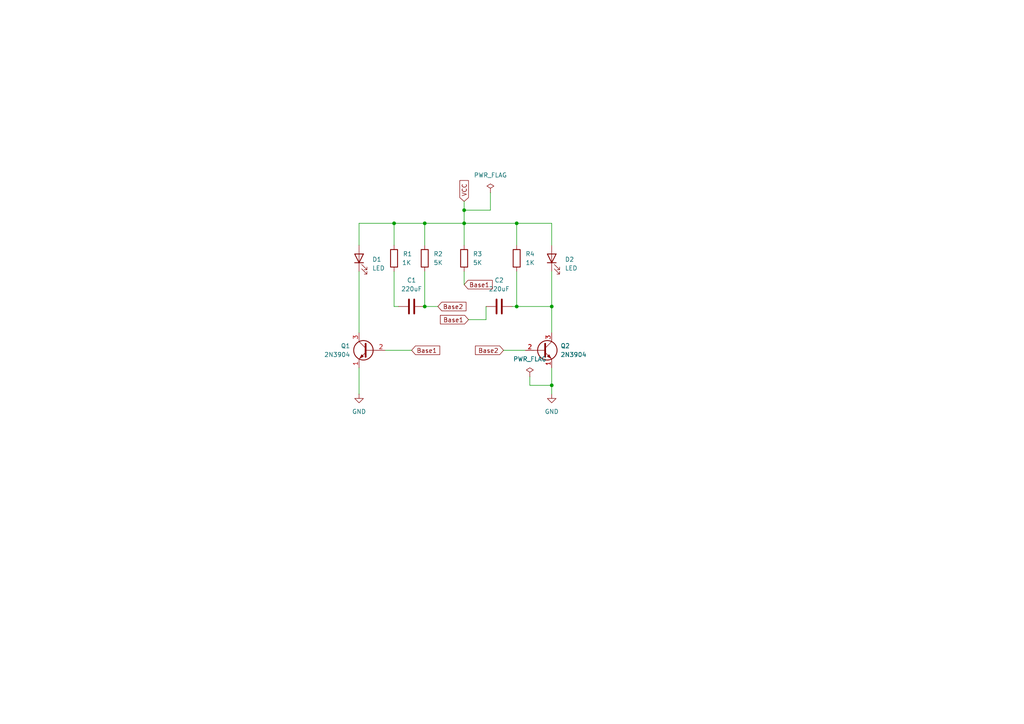
<source format=kicad_sch>
(kicad_sch (version 20250114) (generator "eeschema") (generator_version "9.0")
  (paper "A4")
  (lib_symbols
    (symbol "Device:C" (pin_numbers (hide yes)) (pin_names (offset 0.254))
      (property "Reference" "C" (at 0.635 2.54 0))
      (property "Value" "C" (at 0.635 -2.54 0))
      (symbol "C_0_1"
        (polyline (pts (xy -2.032 0.762) (xy 2.032 0.762)) (stroke (width 0.508)))
        (polyline (pts (xy -2.032 -0.762) (xy 2.032 -0.762)) (stroke (width 0.508)))
      )
      (symbol "C_1_1"
        (pin passive line (at 0 3.81 270) (length 2.794) (name "~") (number "1"))
        (pin passive line (at 0 -3.81 90) (length 2.794) (name "~") (number "2"))
      )
    )
    (symbol "Device:LED" (pin_numbers (hide yes)) (pin_names (offset 1.016) (hide yes))
      (property "Reference" "D" (at 0 2.54 0))
      (property "Value" "LED" (at 0 -2.54 0))
      (symbol "LED_0_1"
        (polyline (pts (xy -3.048 -0.762) (xy -4.572 -2.286) (xy -3.81 -2.286) (xy -4.572 -2.286) (xy -4.572 -1.524)))
        (polyline (pts (xy -1.778 -0.762) (xy -3.302 -2.286) (xy -2.54 -2.286) (xy -3.302 -2.286) (xy -3.302 -1.524)))
        (polyline (pts (xy -1.27 0) (xy 1.27 0)))
        (polyline (pts (xy -1.27 -1.27) (xy -1.27 1.27)) (stroke (width 0.254)))
        (polyline (pts (xy 1.27 -1.27) (xy 1.27 1.27) (xy -1.27 0) (xy 1.27 -1.27)) (stroke (width 0.254)))
      )
      (symbol "LED_1_1"
        (pin passive line (at -3.81 0 0) (length 2.54) (name "K") (number "1"))
        (pin passive line (at 3.81 0 180) (length 2.54) (name "A") (number "2"))
      )
    )
    (symbol "Device:R" (pin_numbers (hide yes)) (pin_names (offset 0))
      (property "Reference" "R" (at 2.032 0 90))
      (property "Value" "R" (at 0 0 90))
      (symbol "R_0_1"
        (rectangle (start -1.016 -2.54) (end 1.016 2.54) (stroke (width 0.254)))
      )
      (symbol "R_1_1"
        (pin passive line (at 0 3.81 270) (length 1.27) (name "~") (number "1"))
        (pin passive line (at 0 -3.81 90) (length 1.27) (name "~") (number "2"))
      )
    )
    (symbol "Transistor_BJT:2N3904" (pin_names (offset 0) (hide yes))
      (property "Reference" "Q" (at 5.08 1.905 0))
      (property "Value" "2N3904" (at 5.08 0 0))
      (symbol "2N3904_0_1"
        (polyline (pts (xy -2.54 0) (xy 0.635 0)))
        (polyline (pts (xy 0.635 1.905) (xy 0.635 -1.905)) (stroke (width 0.508)))
        (circle (center 1.27 0) (radius 2.8194) (stroke (width 0.254)))
      )
      (symbol "2N3904_1_1"
        (polyline (pts (xy 0.635 0.635) (xy 2.54 2.54)))
        (polyline (pts (xy 0.635 -0.635) (xy 2.54 -2.54)))
        (polyline (pts (xy 1.27 -1.778) (xy 1.778 -1.27) (xy 2.286 -2.286) (xy 1.27 -1.778)) (fill (type outline)))
        (pin input line (at -5.08 0 0) (length 2.54) (name "B") (number "2"))
        (pin passive line (at 2.54 5.08 270) (length 2.54) (name "C") (number "3"))
        (pin passive line (at 2.54 -5.08 90) (length 2.54) (name "E") (number "1"))
      )
    )
    (symbol "power:GND" (power) (pin_numbers (hide yes)) (pin_names (offset 0) (hide yes))
      (property "Value" "GND" (at 0 -3.81 0))
      (symbol "GND_0_1"
        (polyline (pts (xy 0 0) (xy 0 -1.27) (xy 1.27 -1.27) (xy 0 -2.54) (xy -1.27 -1.27) (xy 0 -1.27)))
      )
      (symbol "GND_1_1"
        (pin power_in line (at 0 0 270) (length 0) (name "~") (number "1"))
      )
    )
    (symbol "power:PWR_FLAG" (power) (pin_numbers (hide yes)) (pin_names (offset 0) (hide yes))
      (property "Value" "PWR_FLAG" (at 0 3.81 0))
      (symbol "PWR_FLAG_0_0"
        (pin power_out line (at 0 0 90) (length 0) (name "~") (number "1"))
      )
      (symbol "PWR_FLAG_0_1"
        (polyline (pts (xy 0 0) (xy 0 1.27) (xy -1.016 1.905) (xy 0 2.54) (xy 1.016 1.905) (xy 0 1.27)))
      )
    )
  )
  (junction (at 160.02 111.76))
  (junction (at 134.62 60.96))
  (junction (at 149.86 88.9))
  (junction (at 149.86 64.77))
  (junction (at 123.19 88.9))
  (junction (at 123.19 64.77))
  (junction (at 134.62 64.77))
  (junction (at 114.3 64.77))
  (junction (at 160.02 88.9))
  (wire (pts (xy 104.14 71.12) (xy 104.14 64.77)))
  (wire (pts (xy 148.59 88.9) (xy 149.86 88.9)))
  (wire (pts (xy 114.3 64.77) (xy 114.3 71.12)))
  (wire (pts (xy 127 88.9) (xy 123.19 88.9)))
  (wire (pts (xy 134.62 58.42) (xy 134.62 60.96)))
  (wire (pts (xy 111.76 101.6) (xy 119.38 101.6)))
  (wire (pts (xy 146.05 101.6) (xy 152.4 101.6)))
  (wire (pts (xy 160.02 64.77) (xy 160.02 71.12)))
  (wire (pts (xy 123.19 64.77) (xy 123.19 71.12)))
  (wire (pts (xy 104.14 64.77) (xy 114.3 64.77)))
  (wire (pts (xy 104.14 78.74) (xy 104.14 96.52)))
  (wire (pts (xy 134.62 60.96) (xy 142.24 60.96)))
  (wire (pts (xy 134.62 78.74) (xy 134.62 82.55)))
  (wire (pts (xy 142.24 55.88) (xy 142.24 60.96)))
  (wire (pts (xy 104.14 106.68) (xy 104.14 114.3)))
  (wire (pts (xy 149.86 64.77) (xy 160.02 64.77)))
  (wire (pts (xy 123.19 64.77) (xy 134.62 64.77)))
  (wire (pts (xy 134.62 64.77) (xy 134.62 71.12)))
  (wire (pts (xy 153.67 111.76) (xy 160.02 111.76)))
  (wire (pts (xy 135.89 92.71) (xy 140.97 92.71)))
  (wire (pts (xy 134.62 64.77) (xy 149.86 64.77)))
  (wire (pts (xy 114.3 88.9) (xy 115.57 88.9)))
  (wire (pts (xy 134.62 60.96) (xy 134.62 64.77)))
  (wire (pts (xy 160.02 111.76) (xy 160.02 114.3)))
  (wire (pts (xy 160.02 78.74) (xy 160.02 88.9)))
  (wire (pts (xy 114.3 78.74) (xy 114.3 88.9)))
  (wire (pts (xy 123.19 78.74) (xy 123.19 88.9)))
  (wire (pts (xy 153.67 109.22) (xy 153.67 111.76)))
  (wire (pts (xy 140.97 92.71) (xy 140.97 88.9)))
  (wire (pts (xy 149.86 78.74) (xy 149.86 88.9)))
  (wire (pts (xy 160.02 88.9) (xy 160.02 96.52)))
  (wire (pts (xy 114.3 64.77) (xy 123.19 64.77)))
  (wire (pts (xy 160.02 106.68) (xy 160.02 111.76)))
  (wire (pts (xy 149.86 64.77) (xy 149.86 71.12)))
  (wire (pts (xy 149.86 88.9) (xy 160.02 88.9)))
  (global_label "Base1" (shape input) (at 135.89 92.71 180) (property "Intersheetrefs" "${INTERSHEET_REFS}" (effects (hide yes))))
  (global_label "Base2" (shape input) (at 127 88.9 0) (property "Intersheetrefs" "${INTERSHEET_REFS}" (effects (hide yes))))
  (global_label "Base1" (shape input) (at 119.38 101.6 0) (property "Intersheetrefs" "${INTERSHEET_REFS}" (effects (hide yes))))
  (global_label "Base1" (shape input) (at 134.62 82.55 0) (property "Intersheetrefs" "${INTERSHEET_REFS}" (effects (hide yes))))
  (global_label "VCC" (shape input) (at 134.62 58.42 90) (property "Intersheetrefs" "${INTERSHEET_REFS}" (effects (hide yes))))
  (global_label "Base2" (shape input) (at 146.05 101.6 180) (property "Intersheetrefs" "${INTERSHEET_REFS}" (effects (hide yes))))
  (symbol (lib_id "power:PWR_FLAG") (at 153.67 109.22 0) (unit 1)
    (property "Reference" "#FLG02" (effects (hide yes)))
    (property "Value" "PWR_FLAG" (at 153.67 104.14 0))
    (property "Description" "Special symbol for telling ERC where power comes from" (effects (hide yes)))
  )
  (symbol (lib_id "Device:R") (at 149.86 74.93 0) (unit 1)
    (property "Reference" "R4" (at 152.4 73.6599 0) (effects (justify left)))
    (property "Value" "1K" (at 152.4 76.1999 0) (effects (justify left)))
    (property "Footprint" "Resistor_SMD:R_0603_1608Metric" (effects (hide yes)))
    (property "Description" "Resistor" (effects (hide yes)))
  )
  (symbol (lib_id "Device:C") (at 119.38 88.9 270) (unit 1)
    (property "Reference" "C1" (at 119.38 81.28 90))
    (property "Value" "220uF" (at 119.38 83.82 90))
    (property "Footprint" "Capacitor_SMD:C_0603_1608Metric" (effects (hide yes)))
    (property "Description" "Unpolarized capacitor" (effects (hide yes)))
  )
  (symbol (lib_id "Device:LED") (at 160.02 74.93 90) (unit 1)
    (property "Reference" "D2" (at 163.83 75.2474 90) (effects (justify right)))
    (property "Value" "LED" (at 163.83 77.7874 90) (effects (justify right)))
    (property "Footprint" "LED_SMD:LED_0603_1608Metric" (effects (hide yes)))
    (property "Description" "Light emitting diode" (effects (hide yes)))
    (property "Sim.Pins" "1=K 2=A" (effects (hide yes)))
  )
  (symbol (lib_id "power:GND") (at 160.02 114.3 0) (unit 1)
    (property "Reference" "#PWR02" (effects (hide yes)))
    (property "Value" "GND" (at 160.02 119.38 0))
    (property "Description" "Power symbol creates a global label with name \"GND\" , ground" (effects (hide yes)))
  )
  (symbol (lib_id "Device:LED") (at 104.14 74.93 90) (unit 1)
    (property "Reference" "D1" (at 107.95 75.2474 90) (effects (justify right)))
    (property "Value" "LED" (at 107.95 77.7874 90) (effects (justify right)))
    (property "Footprint" "LED_SMD:LED_0603_1608Metric" (effects (hide yes)))
    (property "Description" "Light emitting diode" (effects (hide yes)))
    (property "Sim.Pins" "1=K 2=A" (effects (hide yes)))
  )
  (symbol (lib_id "Device:R") (at 123.19 74.93 0) (unit 1)
    (property "Reference" "R2" (at 125.73 73.6599 0) (effects (justify left)))
    (property "Value" "5K" (at 125.73 76.1999 0) (effects (justify left)))
    (property "Footprint" "Resistor_SMD:R_0603_1608Metric" (effects (hide yes)))
    (property "Description" "Resistor" (effects (hide yes)))
  )
  (symbol (lib_id "power:PWR_FLAG") (at 142.24 55.88 0) (unit 1)
    (property "Reference" "#FLG01" (effects (hide yes)))
    (property "Value" "PWR_FLAG" (at 142.24 50.8 0))
    (property "Description" "Special symbol for telling ERC where power comes from" (effects (hide yes)))
  )
  (symbol (lib_id "Device:C") (at 144.78 88.9 270) (unit 1)
    (property "Reference" "C2" (at 144.78 81.28 90))
    (property "Value" "220uF" (at 144.78 83.82 90))
    (property "Footprint" "Capacitor_SMD:C_0603_1608Metric" (effects (hide yes)))
    (property "Description" "Unpolarized capacitor" (effects (hide yes)))
  )
  (symbol (lib_id "power:GND") (at 104.14 114.3 0) (unit 1)
    (property "Reference" "#PWR01" (effects (hide yes)))
    (property "Value" "GND" (at 104.14 119.38 0))
    (property "Description" "Power symbol creates a global label with name \"GND\" , ground" (effects (hide yes)))
  )
  (symbol (lib_id "Transistor_BJT:2N3904") (at 106.68 101.6 0) (mirror y) (unit 1)
    (property "Reference" "Q1" (at 101.6 100.3299 0) (effects (justify left)))
    (property "Value" "2N3904" (at 101.6 102.8699 0) (effects (justify left)))
    (property "Footprint" "Package_TO_SOT_SMD:SOT-23" (effects (hide yes)))
    (property "Datasheet" "https://www.onsemi.com/pub/Collateral/2N3903-D.PDF" (effects (hide yes)))
    (property "Description" "0.2A Ic, 40V Vce, Small Signal NPN Transistor, TO-92" (effects (hide yes)))
  )
  (symbol (lib_id "Device:R") (at 134.62 74.93 0) (unit 1)
    (property "Reference" "R3" (at 137.16 73.6599 0) (effects (justify left)))
    (property "Value" "5K" (at 137.16 76.1999 0) (effects (justify left)))
    (property "Footprint" "Resistor_SMD:R_0603_1608Metric" (effects (hide yes)))
    (property "Description" "Resistor" (effects (hide yes)))
  )
  (symbol (lib_id "Transistor_BJT:2N3904") (at 157.48 101.6 0) (unit 1)
    (property "Reference" "Q2" (at 162.56 100.3299 0) (effects (justify left)))
    (property "Value" "2N3904" (at 162.56 102.8699 0) (effects (justify left)))
    (property "Footprint" "Package_TO_SOT_SMD:SOT-23" (effects (hide yes)))
    (property "Datasheet" "https://www.onsemi.com/pub/Collateral/2N3903-D.PDF" (effects (hide yes)))
    (property "Description" "0.2A Ic, 40V Vce, Small Signal NPN Transistor, TO-92" (effects (hide yes)))
  )
  (symbol (lib_id "Device:R") (at 114.3 74.93 0) (unit 1)
    (property "Reference" "R1" (at 116.84 73.6599 0) (effects (justify left)))
    (property "Value" "1K" (at 116.586 76.2 0) (effects (justify left)))
    (property "Footprint" "Resistor_SMD:R_0603_1608Metric" (effects (hide yes)))
    (property "Description" "Resistor" (effects (hide yes)))
  )
)
</source>
